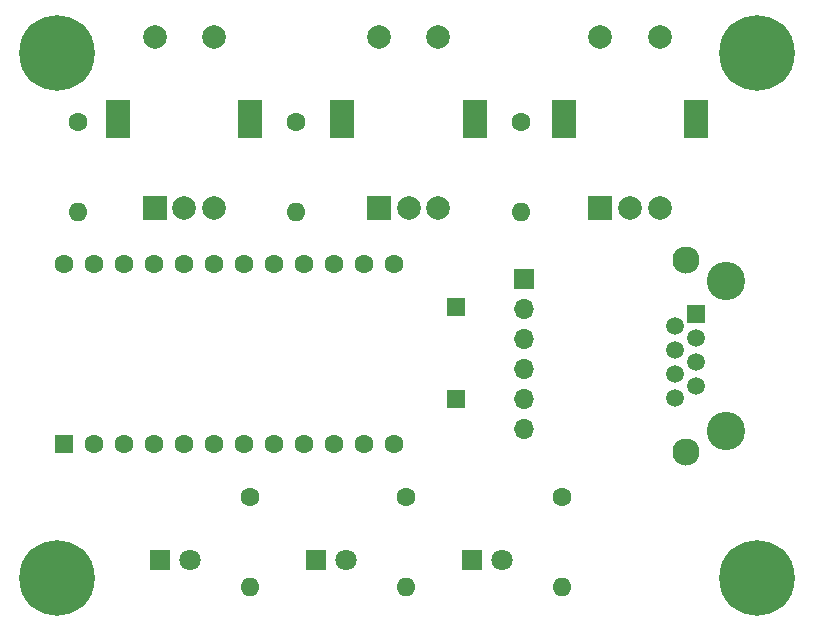
<source format=gbr>
%TF.GenerationSoftware,KiCad,Pcbnew,5.1.8-5.1.8*%
%TF.CreationDate,2021-05-07T16:54:23+02:00*%
%TF.ProjectId,modelMterminalAdapter,6d6f6465-6c4d-4746-9572-6d696e616c41,rev?*%
%TF.SameCoordinates,Original*%
%TF.FileFunction,Soldermask,Top*%
%TF.FilePolarity,Negative*%
%FSLAX46Y46*%
G04 Gerber Fmt 4.6, Leading zero omitted, Abs format (unit mm)*
G04 Created by KiCad (PCBNEW 5.1.8-5.1.8) date 2021-05-07 16:54:23*
%MOMM*%
%LPD*%
G01*
G04 APERTURE LIST*
%ADD10C,2.300000*%
%ADD11C,3.250000*%
%ADD12C,1.500000*%
%ADD13R,1.500000X1.500000*%
%ADD14O,1.700000X1.700000*%
%ADD15R,1.700000X1.700000*%
%ADD16O,1.600000X1.600000*%
%ADD17C,1.600000*%
%ADD18R,2.000000X2.000000*%
%ADD19C,2.000000*%
%ADD20R,2.000000X3.200000*%
%ADD21C,6.400000*%
%ADD22C,0.800000*%
%ADD23R,1.600000X1.600000*%
%ADD24C,1.800000*%
%ADD25R,1.800000X1.800000*%
G04 APERTURE END LIST*
D10*
%TO.C,J1*%
X112710000Y-74430000D03*
X112710000Y-90690000D03*
D11*
X116140000Y-88910000D03*
X116140000Y-76210000D03*
D12*
X111820000Y-86112000D03*
X111820000Y-84080000D03*
X111820000Y-82048000D03*
X111820000Y-80016000D03*
X113600000Y-85096000D03*
X113600000Y-83064000D03*
X113600000Y-81032000D03*
D13*
X113600000Y-79000000D03*
%TD*%
%TO.C,SW4*%
X93240000Y-86150000D03*
X93240000Y-78350000D03*
%TD*%
D14*
%TO.C,J2*%
X99000000Y-88700000D03*
X99000000Y-86160000D03*
X99000000Y-83620000D03*
X99000000Y-81080000D03*
X99000000Y-78540000D03*
D15*
X99000000Y-76000000D03*
%TD*%
D16*
%TO.C,R4*%
X98750000Y-70370000D03*
D17*
X98750000Y-62750000D03*
%TD*%
D18*
%TO.C,SW3*%
X105500000Y-70000000D03*
D19*
X108000000Y-70000000D03*
X110500000Y-70000000D03*
D20*
X102400000Y-62500000D03*
X113600000Y-62500000D03*
D19*
X105500000Y-55500000D03*
X110500000Y-55500000D03*
%TD*%
D21*
%TO.C,REF\u002A\u002A*%
X59500000Y-101350000D03*
D22*
X61900000Y-101350000D03*
X61197056Y-103047056D03*
X59500000Y-103750000D03*
X57802944Y-103047056D03*
X57100000Y-101350000D03*
X57802944Y-99652944D03*
X59500000Y-98950000D03*
X61197056Y-99652944D03*
%TD*%
D21*
%TO.C,REF\u002A\u002A*%
X59500000Y-56850000D03*
D22*
X61900000Y-56850000D03*
X61197056Y-58547056D03*
X59500000Y-59250000D03*
X57802944Y-58547056D03*
X57100000Y-56850000D03*
X57802944Y-55152944D03*
X59500000Y-54450000D03*
X61197056Y-55152944D03*
%TD*%
D21*
%TO.C,REF\u002A\u002A*%
X118750000Y-101350000D03*
D22*
X121150000Y-101350000D03*
X120447056Y-103047056D03*
X118750000Y-103750000D03*
X117052944Y-103047056D03*
X116350000Y-101350000D03*
X117052944Y-99652944D03*
X118750000Y-98950000D03*
X120447056Y-99652944D03*
%TD*%
%TO.C,REF\u002A\u002A*%
X120447056Y-55152944D03*
X118750000Y-54450000D03*
X117052944Y-55152944D03*
X116350000Y-56850000D03*
X117052944Y-58547056D03*
X118750000Y-59250000D03*
X120447056Y-58547056D03*
X121150000Y-56850000D03*
D21*
X118750000Y-56850000D03*
%TD*%
D16*
%TO.C,R6*%
X79750000Y-70370000D03*
D17*
X79750000Y-62750000D03*
%TD*%
D16*
%TO.C,R5*%
X61250000Y-70370000D03*
D17*
X61250000Y-62750000D03*
%TD*%
D16*
%TO.C,R3*%
X102258000Y-102108000D03*
D17*
X102258000Y-94488000D03*
%TD*%
D16*
%TO.C,R2*%
X89050000Y-102108000D03*
D17*
X89050000Y-94488000D03*
%TD*%
D16*
%TO.C,R1*%
X75842000Y-102108000D03*
D17*
X75842000Y-94488000D03*
%TD*%
%TO.C,U1*%
X60042000Y-74778000D03*
X62582000Y-74778000D03*
X65122000Y-74778000D03*
X67662000Y-74778000D03*
X70202000Y-74778000D03*
X72742000Y-74778000D03*
X75282000Y-74778000D03*
X77822000Y-74778000D03*
X80362000Y-74778000D03*
X82902000Y-74778000D03*
X85442000Y-74778000D03*
X87982000Y-74778000D03*
X87982000Y-90018000D03*
X85442000Y-90018000D03*
X82902000Y-90018000D03*
X80362000Y-90018000D03*
X77822000Y-90018000D03*
X75282000Y-90018000D03*
X72742000Y-90018000D03*
X70202000Y-90018000D03*
X67662000Y-90018000D03*
X65122000Y-90018000D03*
X62582000Y-90018000D03*
D23*
X60042000Y-90018000D03*
%TD*%
D18*
%TO.C,SW2*%
X86750000Y-70000000D03*
D19*
X89250000Y-70000000D03*
X91750000Y-70000000D03*
D20*
X83650000Y-62500000D03*
X94850000Y-62500000D03*
D19*
X86750000Y-55500000D03*
X91750000Y-55500000D03*
%TD*%
D18*
%TO.C,SW1*%
X67750000Y-70000000D03*
D19*
X70250000Y-70000000D03*
X72750000Y-70000000D03*
D20*
X64650000Y-62500000D03*
X75850000Y-62500000D03*
D19*
X67750000Y-55500000D03*
X72750000Y-55500000D03*
%TD*%
D24*
%TO.C,D3*%
X97178000Y-99822000D03*
D25*
X94638000Y-99822000D03*
%TD*%
D24*
%TO.C,D2*%
X83970000Y-99822000D03*
D25*
X81430000Y-99822000D03*
%TD*%
D24*
%TO.C,D1*%
X70762000Y-99822000D03*
D25*
X68222000Y-99822000D03*
%TD*%
M02*

</source>
